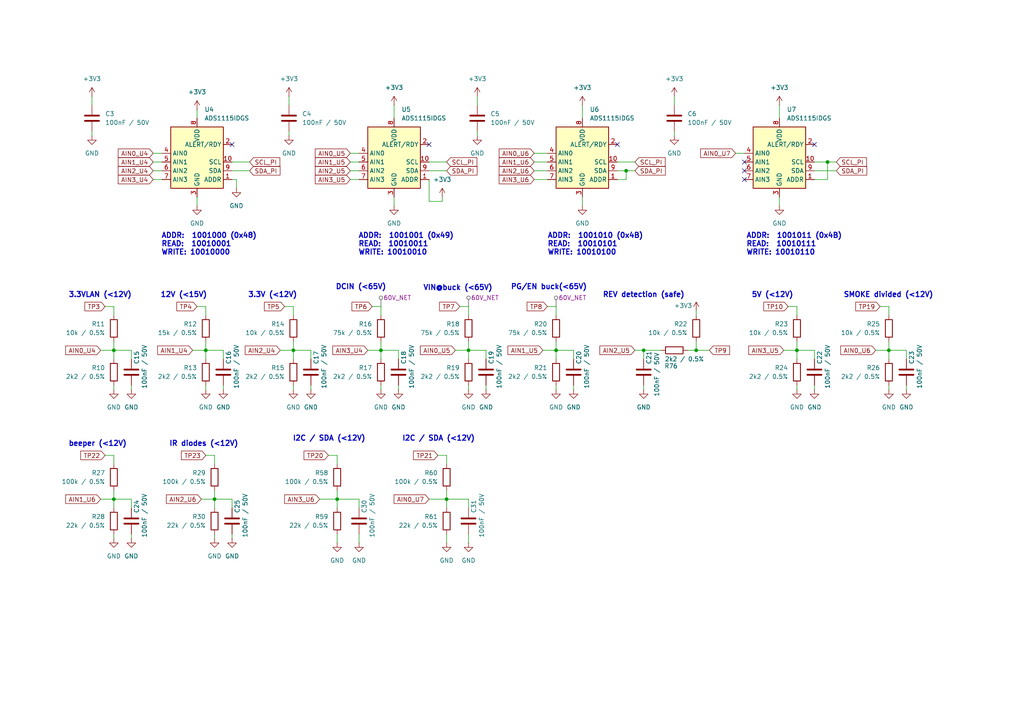
<source format=kicad_sch>
(kicad_sch (version 20250114) (generator "eeschema") (generator_version "9.0")
  (paper "A4")
  (lib_symbols
    (symbol "Analog_ADC:ADS1115IDGS"
      (property "Reference" "U" (at 2.54 13.97 0))
      (property "Value" "ADS1115IDGS" (at 7.62 11.43 0))
      (symbol "ADS1115IDGS_0_1"
        (rectangle (start -7.62 10.16) (end 7.62 -7.62) (stroke (width 0.254)) (fill (type background)))
      )
      (symbol "ADS1115IDGS_1_1"
        (pin input line (at -10.16 2.54 0) (length 2.54) (name "AIN0") (number "4"))
        (pin input line (at -10.16 0 0) (length 2.54) (name "AIN1") (number "5"))
        (pin input line (at -10.16 -2.54 0) (length 2.54) (name "AIN2") (number "6"))
        (pin input line (at -10.16 -5.08 0) (length 2.54) (name "AIN3") (number "7"))
        (pin power_in line (at 0 12.7 270) (length 2.54) (name "VDD") (number "8"))
        (pin power_in line (at 0 -10.16 90) (length 2.54) (name "GND") (number "3"))
        (pin output line (at 10.16 5.08 180) (length 2.54) (name "ALERT/RDY") (number "2"))
        (pin input line (at 10.16 0 180) (length 2.54) (name "SCL") (number "10"))
        (pin bidirectional line (at 10.16 -2.54 180) (length 2.54) (name "SDA") (number "9"))
        (pin input line (at 10.16 -5.08 180) (length 2.54) (name "ADDR") (number "1"))
      )
    )
    (symbol "Device:C" (pin_numbers (hide yes)) (pin_names (offset 0.254))
      (property "Reference" "C" (at 0.635 2.54 0))
      (property "Value" "C" (at 0.635 -2.54 0))
      (symbol "C_0_1"
        (polyline (pts (xy -2.032 0.762) (xy 2.032 0.762)) (stroke (width 0.508)))
        (polyline (pts (xy -2.032 -0.762) (xy 2.032 -0.762)) (stroke (width 0.508)))
      )
      (symbol "C_1_1"
        (pin passive line (at 0 3.81 270) (length 2.794) (name "~") (number "1"))
        (pin passive line (at 0 -3.81 90) (length 2.794) (name "~") (number "2"))
      )
    )
    (symbol "Device:R" (pin_numbers (hide yes)) (pin_names (offset 0))
      (property "Reference" "R" (at 2.032 0 90))
      (property "Value" "R" (at 0 0 90))
      (symbol "R_0_1"
        (rectangle (start -1.016 -2.54) (end 1.016 2.54) (stroke (width 0.254)))
      )
      (symbol "R_1_1"
        (pin passive line (at 0 3.81 270) (length 1.27) (name "~") (number "1"))
        (pin passive line (at 0 -3.81 90) (length 1.27) (name "~") (number "2"))
      )
    )
    (symbol "power:+3V3" (power) (pin_numbers (hide yes)) (pin_names (offset 0) (hide yes))
      (property "Value" "+3V3" (at 0 3.556 0))
      (symbol "+3V3_0_1"
        (polyline (pts (xy -0.762 1.27) (xy 0 2.54)))
        (polyline (pts (xy 0 2.54) (xy 0.762 1.27)))
        (polyline (pts (xy 0 0) (xy 0 2.54)))
      )
      (symbol "+3V3_1_1"
        (pin power_in line (at 0 0 90) (length 0) (name "~") (number "1"))
      )
    )
    (symbol "power:GND" (power) (pin_numbers (hide yes)) (pin_names (offset 0) (hide yes))
      (property "Value" "GND" (at 0 -3.81 0))
      (symbol "GND_0_1"
        (polyline (pts (xy 0 0) (xy 0 -1.27) (xy 1.27 -1.27) (xy 0 -2.54) (xy -1.27 -1.27) (xy 0 -1.27)))
      )
      (symbol "GND_1_1"
        (pin power_in line (at 0 0 270) (length 0) (name "~") (number "1"))
      )
    )
  )
  (text "SMOKE divided (<12V)" (at 244.602 85.598 0) (effects (font (size 1.5 1.5) (thickness 0.3) (bold yes)) (justify left)))
  (text "I2C / SDA (<12V)" (at 116.586 127.254 0) (effects (font (size 1.5 1.5) (thickness 0.3) (bold yes)) (justify left)))
  (text "IR diodes (<12V)" (at 49.022 128.778 0) (effects (font (size 1.5 1.5) (thickness 0.3) (bold yes)) (justify left)))
  (text "DCIN (<65V)" (at 97.282 83.312 0) (effects (font (size 1.5 1.5) (thickness 0.3) (bold yes)) (justify left)))
  (text "ADDR:  1001010 (0x4B)\nREAD:  10010101\nWRITE: 10010100" (at 158.75 70.866 0) (effects (font (size 1.5 1.5) (thickness 0.3) (bold yes)) (justify left)))
  (text "3.3V (<12V)" (at 71.882 85.598 0) (effects (font (size 1.5 1.5) (thickness 0.3) (bold yes)) (justify left)))
  (text "VIN@buck (<65V)" (at 122.682 83.566 0) (effects (font (size 1.5 1.5) (thickness 0.3) (bold yes)) (justify left)))
  (text "REV detection (safe)" (at 174.752 85.598 0) (effects (font (size 1.5 1.5) (thickness 0.3) (bold yes)) (justify left)))
  (text "5V (<12V)" (at 217.932 85.598 0) (effects (font (size 1.5 1.5) (thickness 0.3) (bold yes)) (justify left)))
  (text "PG/EN buck(<65V)" (at 148.082 83.312 0) (effects (font (size 1.5 1.5) (thickness 0.3) (bold yes)) (justify left)))
  (text "3.3VLAN (<12V)" (at 19.812 85.598 0) (effects (font (size 1.5 1.5) (thickness 0.3) (bold yes)) (justify left)))
  (text "beeper (<12V)" (at 19.812 128.778 0) (effects (font (size 1.5 1.5) (thickness 0.3) (bold yes)) (justify left)))
  (text "ADDR:  1001011 (0x4B)\nREAD:  10010111\nWRITE: 10010110" (at 216.408 70.866 0) (effects (font (size 1.5 1.5) (thickness 0.3) (bold yes)) (justify left)))
  (text "ADDR:  1001001 (0x49)\nREAD:  10010011\nWRITE: 10010010" (at 103.886 70.866 0) (effects (font (size 1.5 1.5) (thickness 0.3) (bold yes)) (justify left)))
  (text "12V (<15V)" (at 46.482 85.598 0) (effects (font (size 1.5 1.5) (thickness 0.3) (bold yes)) (justify left)))
  (text "I2C / SDA (<12V)" (at 84.836 127.254 0) (effects (font (size 1.5 1.5) (thickness 0.3) (bold yes)) (justify left)))
  (text "ADDR:  1001000 (0x48)\nREAD:  10010001\nWRITE: 10010000" (at 46.736 70.866 0) (effects (font (size 1.5 1.5) (thickness 0.3) (bold yes)) (justify left)))
  (junction (at 59.69 101.6))
  (junction (at 186.69 101.6))
  (junction (at 85.09 101.6))
  (junction (at 161.29 101.6))
  (junction (at 240.03 46.99))
  (junction (at 231.14 101.6))
  (junction (at 201.93 101.6))
  (junction (at 97.79 144.78))
  (junction (at 135.89 101.6))
  (junction (at 33.02 144.78))
  (junction (at 62.23 144.78))
  (junction (at 33.02 101.6))
  (junction (at 129.54 144.78))
  (junction (at 110.49 101.6))
  (junction (at 257.81 101.6))
  (junction (at 181.61 49.53))
  (no_connect (at 215.9 46.99))
  (no_connect (at 236.22 41.91))
  (no_connect (at 124.46 41.91))
  (no_connect (at 179.07 41.91))
  (no_connect (at 215.9 52.07))
  (no_connect (at 67.31 41.91))
  (no_connect (at 215.9 49.53))
  (wire (pts (xy 154.94 52.07) (xy 158.75 52.07)))
  (wire (pts (xy 240.03 46.99) (xy 240.03 52.07)))
  (wire (pts (xy 135.89 101.6) (xy 140.97 101.6)))
  (wire (pts (xy 85.09 99.06) (xy 85.09 101.6)))
  (wire (pts (xy 124.46 58.42) (xy 128.27 58.42)))
  (wire (pts (xy 186.69 111.76) (xy 186.69 113.03)))
  (wire (pts (xy 107.95 88.9) (xy 110.49 88.9)))
  (wire (pts (xy 110.49 99.06) (xy 110.49 101.6)))
  (wire (pts (xy 85.09 101.6) (xy 85.09 104.14)))
  (wire (pts (xy 140.97 111.76) (xy 140.97 113.03)))
  (wire (pts (xy 114.3 30.48) (xy 114.3 34.29)))
  (wire (pts (xy 154.94 46.99) (xy 158.75 46.99)))
  (wire (pts (xy 124.46 46.99) (xy 129.54 46.99)))
  (wire (pts (xy 128.27 57.15) (xy 128.27 58.42)))
  (wire (pts (xy 26.67 27.94) (xy 26.67 30.48)))
  (wire (pts (xy 68.58 52.07) (xy 68.58 54.61)))
  (wire (pts (xy 38.1 144.78) (xy 38.1 147.32)))
  (wire (pts (xy 26.67 38.1) (xy 26.67 39.37)))
  (wire (pts (xy 129.54 154.94) (xy 129.54 157.48)))
  (wire (pts (xy 186.69 101.6) (xy 186.69 104.14)))
  (wire (pts (xy 262.89 111.76) (xy 262.89 113.03)))
  (wire (pts (xy 82.55 88.9) (xy 85.09 88.9)))
  (wire (pts (xy 124.46 144.78) (xy 129.54 144.78)))
  (wire (pts (xy 179.07 52.07) (xy 181.61 52.07)))
  (wire (pts (xy 30.48 132.08) (xy 33.02 132.08)))
  (wire (pts (xy 228.6 88.9) (xy 231.14 88.9)))
  (wire (pts (xy 236.22 52.07) (xy 240.03 52.07)))
  (wire (pts (xy 257.81 101.6) (xy 262.89 101.6)))
  (wire (pts (xy 257.81 88.9) (xy 257.81 91.44)))
  (wire (pts (xy 104.14 154.94) (xy 104.14 157.48)))
  (wire (pts (xy 166.37 101.6) (xy 166.37 104.14)))
  (wire (pts (xy 231.14 101.6) (xy 236.22 101.6)))
  (wire (pts (xy 33.02 142.24) (xy 33.02 144.78)))
  (wire (pts (xy 57.15 57.15) (xy 57.15 59.69)))
  (wire (pts (xy 195.58 38.1) (xy 195.58 39.37)))
  (wire (pts (xy 161.29 101.6) (xy 166.37 101.6)))
  (wire (pts (xy 85.09 88.9) (xy 85.09 91.44)))
  (wire (pts (xy 201.93 99.06) (xy 201.93 101.6)))
  (wire (pts (xy 44.45 46.99) (xy 46.99 46.99)))
  (wire (pts (xy 231.14 88.9) (xy 231.14 91.44)))
  (wire (pts (xy 231.14 101.6) (xy 231.14 104.14)))
  (wire (pts (xy 62.23 132.08) (xy 62.23 134.62)))
  (wire (pts (xy 67.31 52.07) (xy 68.58 52.07)))
  (wire (pts (xy 213.36 44.45) (xy 215.9 44.45)))
  (wire (pts (xy 115.57 111.76) (xy 115.57 113.03)))
  (wire (pts (xy 59.69 111.76) (xy 59.69 113.03)))
  (wire (pts (xy 33.02 101.6) (xy 33.02 104.14)))
  (wire (pts (xy 57.15 88.9) (xy 59.69 88.9)))
  (wire (pts (xy 110.49 101.6) (xy 115.57 101.6)))
  (wire (pts (xy 135.89 99.06) (xy 135.89 101.6)))
  (wire (pts (xy 124.46 52.07) (xy 124.46 58.42)))
  (wire (pts (xy 67.31 46.99) (xy 72.39 46.99)))
  (wire (pts (xy 30.48 88.9) (xy 33.02 88.9)))
  (wire (pts (xy 90.17 111.76) (xy 90.17 113.03)))
  (wire (pts (xy 59.69 101.6) (xy 64.77 101.6)))
  (wire (pts (xy 83.82 38.1) (xy 83.82 39.37)))
  (wire (pts (xy 179.07 46.99) (xy 184.15 46.99)))
  (wire (pts (xy 33.02 88.9) (xy 33.02 91.44)))
  (wire (pts (xy 33.02 154.94) (xy 33.02 156.21)))
  (wire (pts (xy 257.81 101.6) (xy 257.81 104.14)))
  (wire (pts (xy 226.06 57.15) (xy 226.06 59.69)))
  (wire (pts (xy 110.49 101.6) (xy 110.49 104.14)))
  (wire (pts (xy 255.27 88.9) (xy 257.81 88.9)))
  (wire (pts (xy 254 101.6) (xy 257.81 101.6)))
  (wire (pts (xy 97.79 144.78) (xy 104.14 144.78)))
  (wire (pts (xy 227.33 101.6) (xy 231.14 101.6)))
  (wire (pts (xy 161.29 88.9) (xy 161.29 91.44)))
  (wire (pts (xy 135.89 88.9) (xy 135.89 91.44)))
  (wire (pts (xy 257.81 111.76) (xy 257.81 113.03)))
  (wire (pts (xy 132.08 101.6) (xy 135.89 101.6)))
  (wire (pts (xy 81.28 101.6) (xy 85.09 101.6)))
  (wire (pts (xy 161.29 99.06) (xy 161.29 101.6)))
  (wire (pts (xy 104.14 144.78) (xy 104.14 147.32)))
  (wire (pts (xy 158.75 88.9) (xy 161.29 88.9)))
  (wire (pts (xy 59.69 101.6) (xy 59.69 104.14)))
  (wire (pts (xy 157.48 101.6) (xy 161.29 101.6)))
  (wire (pts (xy 55.88 101.6) (xy 59.69 101.6)))
  (wire (pts (xy 236.22 101.6) (xy 236.22 104.14)))
  (wire (pts (xy 85.09 111.76) (xy 85.09 113.03)))
  (wire (pts (xy 110.49 88.9) (xy 110.49 91.44)))
  (wire (pts (xy 29.21 101.6) (xy 33.02 101.6)))
  (wire (pts (xy 186.69 101.6) (xy 191.77 101.6)))
  (wire (pts (xy 33.02 99.06) (xy 33.02 101.6)))
  (wire (pts (xy 57.15 31.75) (xy 57.15 34.29)))
  (wire (pts (xy 154.94 49.53) (xy 158.75 49.53)))
  (wire (pts (xy 129.54 49.53) (xy 124.46 49.53)))
  (wire (pts (xy 138.43 27.94) (xy 138.43 30.48)))
  (wire (pts (xy 44.45 44.45) (xy 46.99 44.45)))
  (wire (pts (xy 114.3 57.15) (xy 114.3 59.69)))
  (wire (pts (xy 44.45 49.53) (xy 46.99 49.53)))
  (wire (pts (xy 231.14 111.76) (xy 231.14 113.03)))
  (wire (pts (xy 62.23 144.78) (xy 67.31 144.78)))
  (wire (pts (xy 127 132.08) (xy 129.54 132.08)))
  (wire (pts (xy 59.69 132.08) (xy 62.23 132.08)))
  (wire (pts (xy 59.69 88.9) (xy 59.69 91.44)))
  (wire (pts (xy 140.97 101.6) (xy 140.97 104.14)))
  (wire (pts (xy 101.6 46.99) (xy 104.14 46.99)))
  (wire (pts (xy 262.89 101.6) (xy 262.89 104.14)))
  (wire (pts (xy 226.06 30.48) (xy 226.06 34.29)))
  (wire (pts (xy 29.21 144.78) (xy 33.02 144.78)))
  (wire (pts (xy 101.6 49.53) (xy 104.14 49.53)))
  (wire (pts (xy 129.54 142.24) (xy 129.54 144.78)))
  (wire (pts (xy 240.03 46.99) (xy 242.57 46.99)))
  (wire (pts (xy 242.57 49.53) (xy 236.22 49.53)))
  (wire (pts (xy 135.89 101.6) (xy 135.89 104.14)))
  (wire (pts (xy 72.39 49.53) (xy 67.31 49.53)))
  (wire (pts (xy 38.1 154.94) (xy 38.1 156.21)))
  (wire (pts (xy 161.29 101.6) (xy 161.29 104.14)))
  (wire (pts (xy 133.35 88.9) (xy 135.89 88.9)))
  (wire (pts (xy 166.37 111.76) (xy 166.37 113.03)))
  (wire (pts (xy 97.79 144.78) (xy 97.79 147.32)))
  (wire (pts (xy 92.71 144.78) (xy 97.79 144.78)))
  (wire (pts (xy 83.82 27.94) (xy 83.82 30.48)))
  (wire (pts (xy 62.23 154.94) (xy 62.23 156.21)))
  (wire (pts (xy 33.02 144.78) (xy 38.1 144.78)))
  (wire (pts (xy 58.42 144.78) (xy 62.23 144.78)))
  (wire (pts (xy 59.69 99.06) (xy 59.69 101.6)))
  (wire (pts (xy 67.31 154.94) (xy 67.31 156.21)))
  (wire (pts (xy 64.77 111.76) (xy 64.77 113.03)))
  (wire (pts (xy 97.79 132.08) (xy 97.79 134.62)))
  (wire (pts (xy 184.15 101.6) (xy 186.69 101.6)))
  (wire (pts (xy 199.39 101.6) (xy 201.93 101.6)))
  (wire (pts (xy 135.89 144.78) (xy 135.89 147.32)))
  (wire (pts (xy 201.93 101.6) (xy 205.74 101.6)))
  (wire (pts (xy 168.91 57.15) (xy 168.91 59.69)))
  (wire (pts (xy 97.79 142.24) (xy 97.79 144.78)))
  (wire (pts (xy 33.02 111.76) (xy 33.02 113.03)))
  (wire (pts (xy 64.77 101.6) (xy 64.77 104.14)))
  (wire (pts (xy 201.93 90.17) (xy 201.93 91.44)))
  (wire (pts (xy 129.54 144.78) (xy 129.54 147.32)))
  (wire (pts (xy 33.02 101.6) (xy 38.1 101.6)))
  (wire (pts (xy 110.49 111.76) (xy 110.49 113.03)))
  (wire (pts (xy 231.14 99.06) (xy 231.14 101.6)))
  (wire (pts (xy 236.22 111.76) (xy 236.22 113.03)))
  (wire (pts (xy 181.61 49.53) (xy 179.07 49.53)))
  (wire (pts (xy 195.58 27.94) (xy 195.58 30.48)))
  (wire (pts (xy 62.23 144.78) (xy 62.23 147.32)))
  (wire (pts (xy 101.6 44.45) (xy 104.14 44.45)))
  (wire (pts (xy 138.43 38.1) (xy 138.43 39.37)))
  (wire (pts (xy 106.68 101.6) (xy 110.49 101.6)))
  (wire (pts (xy 33.02 144.78) (xy 33.02 147.32)))
  (wire (pts (xy 135.89 111.76) (xy 135.89 113.03)))
  (wire (pts (xy 101.6 52.07) (xy 104.14 52.07)))
  (wire (pts (xy 236.22 46.99) (xy 240.03 46.99)))
  (wire (pts (xy 38.1 111.76) (xy 38.1 113.03)))
  (wire (pts (xy 135.89 154.94) (xy 135.89 157.48)))
  (wire (pts (xy 129.54 144.78) (xy 135.89 144.78)))
  (wire (pts (xy 161.29 111.76) (xy 161.29 113.03)))
  (wire (pts (xy 33.02 132.08) (xy 33.02 134.62)))
  (wire (pts (xy 62.23 142.24) (xy 62.23 144.78)))
  (wire (pts (xy 257.81 99.06) (xy 257.81 101.6)))
  (wire (pts (xy 97.79 154.94) (xy 97.79 157.48)))
  (wire (pts (xy 67.31 144.78) (xy 67.31 147.32)))
  (wire (pts (xy 168.91 30.48) (xy 168.91 34.29)))
  (wire (pts (xy 38.1 101.6) (xy 38.1 104.14)))
  (wire (pts (xy 90.17 101.6) (xy 90.17 104.14)))
  (wire (pts (xy 85.09 101.6) (xy 90.17 101.6)))
  (wire (pts (xy 129.54 132.08) (xy 129.54 134.62)))
  (wire (pts (xy 184.15 49.53) (xy 181.61 49.53)))
  (wire (pts (xy 181.61 49.53) (xy 181.61 52.07)))
  (wire (pts (xy 44.45 52.07) (xy 46.99 52.07)))
  (wire (pts (xy 95.25 132.08) (xy 97.79 132.08)))
  (wire (pts (xy 154.94 44.45) (xy 158.75 44.45)))
  (wire (pts (xy 115.57 101.6) (xy 115.57 104.14)))
  (global_label "TP21" (shape input) (at 127 132.08 180) (property "Intersheetrefs" "${INTERSHEET_REFS}" (effects (hide yes))))
  (global_label "SCL_PI" (shape input) (at 129.54 46.99 0) (property "Intersheetrefs" "${INTERSHEET_REFS}" (effects (hide yes))))
  (global_label "AIN1_U4" (shape input) (at 55.88 101.6 180) (property "Intersheetrefs" "${INTERSHEET_REFS}" (effects (hide yes))))
  (global_label "AIN0_U6" (shape input) (at 154.94 44.45 180) (property "Intersheetrefs" "${INTERSHEET_REFS}" (effects (hide yes))))
  (global_label "SDA_PI" (shape input) (at 242.57 49.53 0) (property "Intersheetrefs" "${INTERSHEET_REFS}" (effects (hide yes))))
  (global_label "TP22" (shape input) (at 30.48 132.08 180) (property "Intersheetrefs" "${INTERSHEET_REFS}" (effects (hide yes))))
  (global_label "AIN0_U6" (shape input) (at 254 101.6 180) (property "Intersheetrefs" "${INTERSHEET_REFS}" (effects (hide yes))))
  (global_label "AIN0_U5" (shape input) (at 132.08 101.6 180) (property "Intersheetrefs" "${INTERSHEET_REFS}" (effects (hide yes))))
  (global_label "SCL_PI" (shape input) (at 184.15 46.99 0) (property "Intersheetrefs" "${INTERSHEET_REFS}" (effects (hide yes))))
  (global_label "AIN3_U5" (shape input) (at 227.33 101.6 180) (property "Intersheetrefs" "${INTERSHEET_REFS}" (effects (hide yes))))
  (global_label "AIN2_U4" (shape input) (at 81.28 101.6 180) (property "Intersheetrefs" "${INTERSHEET_REFS}" (effects (hide yes))))
  (global_label "SDA_PI" (shape input) (at 72.39 49.53 0) (property "Intersheetrefs" "${INTERSHEET_REFS}" (effects (hide yes))))
  (global_label "TP23" (shape input) (at 59.69 132.08 180) (property "Intersheetrefs" "${INTERSHEET_REFS}" (effects (hide yes))))
  (global_label "AIN2_U4" (shape input) (at 44.45 49.53 180) (property "Intersheetrefs" "${INTERSHEET_REFS}" (effects (hide yes))))
  (global_label "SDA_PI" (shape input) (at 184.15 49.53 0) (property "Intersheetrefs" "${INTERSHEET_REFS}" (effects (hide yes))))
  (global_label "AIN1_U6" (shape input) (at 154.94 46.99 180) (property "Intersheetrefs" "${INTERSHEET_REFS}" (effects (hide yes))))
  (global_label "TP6" (shape input) (at 107.95 88.9 180) (property "Intersheetrefs" "${INTERSHEET_REFS}" (effects (hide yes))))
  (global_label "TP4" (shape input) (at 57.15 88.9 180) (property "Intersheetrefs" "${INTERSHEET_REFS}" (effects (hide yes))))
  (global_label "AIN2_U5" (shape input) (at 184.15 101.6 180) (property "Intersheetrefs" "${INTERSHEET_REFS}" (effects (hide yes))))
  (global_label "AIN3_U5" (shape input) (at 101.6 52.07 180) (property "Intersheetrefs" "${INTERSHEET_REFS}" (effects (hide yes))))
  (global_label "TP7" (shape input) (at 133.35 88.9 180) (property "Intersheetrefs" "${INTERSHEET_REFS}" (effects (hide yes))))
  (global_label "AIN3_U6" (shape input) (at 92.71 144.78 180) (property "Intersheetrefs" "${INTERSHEET_REFS}" (effects (hide yes))))
  (global_label "SCL_PI" (shape input) (at 242.57 46.99 0) (property "Intersheetrefs" "${INTERSHEET_REFS}" (effects (hide yes))))
  (global_label "AIN2_U5" (shape input) (at 101.6 49.53 180) (property "Intersheetrefs" "${INTERSHEET_REFS}" (effects (hide yes))))
  (global_label "AIN3_U4" (shape input) (at 44.45 52.07 180) (property "Intersheetrefs" "${INTERSHEET_REFS}" (effects (hide yes))))
  (global_label "TP3" (shape input) (at 30.48 88.9 180) (property "Intersheetrefs" "${INTERSHEET_REFS}" (effects (hide yes))))
  (global_label "AIN1_U4" (shape input) (at 44.45 46.99 180) (property "Intersheetrefs" "${INTERSHEET_REFS}" (effects (hide yes))))
  (global_label "SDA_PI" (shape input) (at 129.54 49.53 0) (property "Intersheetrefs" "${INTERSHEET_REFS}" (effects (hide yes))))
  (global_label "AIN0_U4" (shape input) (at 29.21 101.6 180) (property "Intersheetrefs" "${INTERSHEET_REFS}" (effects (hide yes))))
  (global_label "TP9" (shape input) (at 205.74 101.6 0) (property "Intersheetrefs" "${INTERSHEET_REFS}" (effects (hide yes))))
  (global_label "AIN2_U6" (shape input) (at 58.42 144.78 180) (property "Intersheetrefs" "${INTERSHEET_REFS}" (effects (hide yes))))
  (global_label "AIN0_U4" (shape input) (at 44.45 44.45 180) (property "Intersheetrefs" "${INTERSHEET_REFS}" (effects (hide yes))))
  (global_label "AIN0_U5" (shape input) (at 101.6 44.45 180) (property "Intersheetrefs" "${INTERSHEET_REFS}" (effects (hide yes))))
  (global_label "SCL_PI" (shape input) (at 72.39 46.99 0) (property "Intersheetrefs" "${INTERSHEET_REFS}" (effects (hide yes))))
  (global_label "TP20" (shape input) (at 95.25 132.08 180) (property "Intersheetrefs" "${INTERSHEET_REFS}" (effects (hide yes))))
  (global_label "TP10" (shape input) (at 228.6 88.9 180) (property "Intersheetrefs" "${INTERSHEET_REFS}" (effects (hide yes))))
  (global_label "AIN0_U7" (shape input) (at 213.36 44.45 180) (property "Intersheetrefs" "${INTERSHEET_REFS}" (effects (hide yes))))
  (global_label "AIN3_U6" (shape input) (at 154.94 52.07 180) (property "Intersheetrefs" "${INTERSHEET_REFS}" (effects (hide yes))))
  (global_label "AIN1_U5" (shape input) (at 157.48 101.6 180) (property "Intersheetrefs" "${INTERSHEET_REFS}" (effects (hide yes))))
  (global_label "AIN1_U6" (shape input) (at 29.21 144.78 180) (property "Intersheetrefs" "${INTERSHEET_REFS}" (effects (hide yes))))
  (global_label "AIN1_U5" (shape input) (at 101.6 46.99 180) (property "Intersheetrefs" "${INTERSHEET_REFS}" (effects (hide yes))))
  (global_label "AIN3_U4" (shape input) (at 106.68 101.6 180) (property "Intersheetrefs" "${INTERSHEET_REFS}" (effects (hide yes))))
  (global_label "TP8" (shape input) (at 158.75 88.9 180) (property "Intersheetrefs" "${INTERSHEET_REFS}" (effects (hide yes))))
  (global_label "AIN0_U7" (shape input) (at 124.46 144.78 180) (property "Intersheetrefs" "${INTERSHEET_REFS}" (effects (hide yes))))
  (global_label "AIN2_U6" (shape input) (at 154.94 49.53 180) (property "Intersheetrefs" "${INTERSHEET_REFS}" (effects (hide yes))))
  (global_label "TP19" (shape input) (at 255.27 88.9 180) (property "Intersheetrefs" "${INTERSHEET_REFS}" (effects (hide yes))))
  (global_label "TP5" (shape input) (at 82.55 88.9 180) (property "Intersheetrefs" "${INTERSHEET_REFS}" (effects (hide yes))))
  (netclass_flag "" (length 2.54) (shape round) (at 161.29 88.9 0) (property "Netclass" "60V_NET" (at 161.9885 86.36 0) (effects (justify left))))
  (netclass_flag "" (length 2.54) (shape round) (at 135.89 88.9 0) (property "Netclass" "60V_NET" (at 136.5885 86.36 0) (effects (justify left))))
  (netclass_flag "" (length 2.54) (shape round) (at 110.49 88.9 0) (property "Netclass" "60V_NET" (at 111.1885 86.36 0) (effects (justify left))))
  (symbol (lib_id "Device:C") (at 166.37 107.95 0) (unit 1)
    (property "Reference" "C20" (at 167.894 105.664 90) (effects (justify left)))
    (property "Value" "100nF / 50V" (at 170.18 112.776 90) (effects (justify left)))
    (property "Footprint" "Capacitor_SMD:C_0603_1608Metric" (effects (hide yes)))
    (property "Description" "Unpolarized capacitor" (effects (hide yes)))
  )
  (symbol (lib_id "power:GND") (at 33.02 113.03 0) (unit 1)
    (property "Reference" "#PWR060" (effects (hide yes)))
    (property "Value" "GND" (at 33.02 118.11 0))
    (property "Description" "Power symbol creates a global label with name \"GND\" , ground" (effects (hide yes)))
  )
  (symbol (lib_id "power:GND") (at 38.1 113.03 0) (unit 1)
    (property "Reference" "#PWR061" (effects (hide yes)))
    (property "Value" "GND" (at 38.1 118.11 0))
    (property "Description" "Power symbol creates a global label with name \"GND\" , ground" (effects (hide yes)))
  )
  (symbol (lib_id "Device:R") (at 201.93 95.25 0) (mirror y) (unit 1)
    (property "Reference" "R22" (at 199.39 93.9799 0) (effects (justify left)))
    (property "Value" "10k / 0.5%" (at 199.39 96.5199 0) (effects (justify left)))
    (property "Footprint" "Resistor_SMD:R_0603_1608Metric" (effects (hide yes)))
    (property "Description" "Resistor" (effects (hide yes)))
  )
  (symbol (lib_id "power:GND") (at 236.22 113.03 0) (unit 1)
    (property "Reference" "#PWR075" (effects (hide yes)))
    (property "Value" "GND" (at 236.22 118.11 0))
    (property "Description" "Power symbol creates a global label with name \"GND\" , ground" (effects (hide yes)))
  )
  (symbol (lib_id "power:GND") (at 166.37 113.03 0) (unit 1)
    (property "Reference" "#PWR071" (effects (hide yes)))
    (property "Value" "GND" (at 166.37 118.11 0))
    (property "Description" "Power symbol creates a global label with name \"GND\" , ground" (effects (hide yes)))
  )
  (symbol (lib_id "power:+3V3") (at 57.15 31.75 0) (unit 1)
    (property "Reference" "#PWR023" (effects (hide yes)))
    (property "Value" "+3V3" (at 57.15 26.67 0))
    (property "Description" "Power symbol creates a global label with name \"+3V3\"" (effects (hide yes)))
  )
  (symbol (lib_id "power:+3V3") (at 83.82 27.94 0) (unit 1)
    (property "Reference" "#PWR017" (effects (hide yes)))
    (property "Value" "+3V3" (at 83.82 22.86 0))
    (property "Description" "Power symbol creates a global label with name \"+3V3\"" (effects (hide yes)))
  )
  (symbol (lib_id "Device:C") (at 38.1 107.95 0) (unit 1)
    (property "Reference" "C15" (at 39.624 105.664 90) (effects (justify left)))
    (property "Value" "100nF / 50V" (at 41.91 112.776 90) (effects (justify left)))
    (property "Footprint" "Capacitor_SMD:C_0603_1608Metric" (effects (hide yes)))
    (property "Description" "Unpolarized capacitor" (effects (hide yes)))
  )
  (symbol (lib_id "power:GND") (at 38.1 156.21 0) (unit 1)
    (property "Reference" "#PWR079" (effects (hide yes)))
    (property "Value" "GND" (at 38.1 161.29 0))
    (property "Description" "Power symbol creates a global label with name \"GND\" , ground" (effects (hide yes)))
  )
  (symbol (lib_id "power:+3V3") (at 168.91 30.48 0) (unit 1)
    (property "Reference" "#PWR025" (effects (hide yes)))
    (property "Value" "+3V3" (at 168.91 25.4 0))
    (property "Description" "Power symbol creates a global label with name \"+3V3\"" (effects (hide yes)))
  )
  (symbol (lib_id "Device:R") (at 231.14 95.25 0) (mirror y) (unit 1)
    (property "Reference" "R23" (at 228.6 93.9799 0) (effects (justify left)))
    (property "Value" "10k / 0.5%" (at 228.6 96.5199 0) (effects (justify left)))
    (property "Footprint" "Resistor_SMD:R_0603_1608Metric" (effects (hide yes)))
    (property "Description" "Resistor" (effects (hide yes)))
  )
  (symbol (lib_id "Device:C") (at 64.77 107.95 0) (unit 1)
    (property "Reference" "C16" (at 66.294 105.664 90) (effects (justify left)))
    (property "Value" "100nF / 50V" (at 68.58 112.776 90) (effects (justify left)))
    (property "Footprint" "Capacitor_SMD:C_0603_1608Metric" (effects (hide yes)))
    (property "Description" "Unpolarized capacitor" (effects (hide yes)))
  )
  (symbol (lib_id "power:GND") (at 68.58 54.61 0) (unit 1)
    (property "Reference" "#PWR031" (effects (hide yes)))
    (property "Value" "GND" (at 68.58 59.69 0))
    (property "Description" "Power symbol creates a global label with name \"GND\" , ground" (effects (hide yes)))
  )
  (symbol (lib_id "Device:R") (at 135.89 95.25 0) (mirror y) (unit 1)
    (property "Reference" "R18" (at 133.35 93.9799 0) (effects (justify left)))
    (property "Value" "75k / 0.5%" (at 133.35 96.5199 0) (effects (justify left)))
    (property "Footprint" "Resistor_SMD:R_0603_1608Metric" (effects (hide yes)))
    (property "Description" "Resistor" (effects (hide yes)))
  )
  (symbol (lib_id "Device:C") (at 104.14 151.13 0) (unit 1)
    (property "Reference" "C30" (at 105.664 148.844 90) (effects (justify left)))
    (property "Value" "100nF / 50V" (at 107.95 155.956 90) (effects (justify left)))
    (property "Footprint" "Capacitor_SMD:C_0603_1608Metric" (effects (hide yes)))
    (property "Description" "Unpolarized capacitor" (effects (hide yes)))
  )
  (symbol (lib_id "power:GND") (at 226.06 59.69 0) (unit 1)
    (property "Reference" "#PWR030" (effects (hide yes)))
    (property "Value" "GND" (at 226.06 64.77 0))
    (property "Description" "Power symbol creates a global label with name \"GND\" , ground" (effects (hide yes)))
  )
  (symbol (lib_id "Device:C") (at 38.1 151.13 0) (unit 1)
    (property "Reference" "C24" (at 39.624 148.844 90) (effects (justify left)))
    (property "Value" "100nF / 50V" (at 41.91 155.956 90) (effects (justify left)))
    (property "Footprint" "Capacitor_SMD:C_0603_1608Metric" (effects (hide yes)))
    (property "Description" "Unpolarized capacitor" (effects (hide yes)))
  )
  (symbol (lib_id "Device:C") (at 186.69 107.95 0) (unit 1)
    (property "Reference" "C21" (at 188.214 105.664 90) (effects (justify left)))
    (property "Value" "100nF / 50V" (at 190.5 115.062 90) (effects (justify left)))
    (property "Footprint" "Capacitor_SMD:C_0603_1608Metric" (effects (hide yes)))
    (property "Description" "Unpolarized capacitor" (effects (hide yes)))
  )
  (symbol (lib_id "Device:C") (at 140.97 107.95 0) (unit 1)
    (property "Reference" "C19" (at 142.494 105.664 90) (effects (justify left)))
    (property "Value" "100nF / 50V" (at 144.78 112.776 90) (effects (justify left)))
    (property "Footprint" "Capacitor_SMD:C_0603_1608Metric" (effects (hide yes)))
    (property "Description" "Unpolarized capacitor" (effects (hide yes)))
  )
  (symbol (lib_id "power:GND") (at 83.82 39.37 0) (unit 1)
    (property "Reference" "#PWR018" (effects (hide yes)))
    (property "Value" "GND" (at 83.82 44.45 0))
    (property "Description" "Power symbol creates a global label with name \"GND\" , ground" (effects (hide yes)))
  )
  (symbol (lib_id "Device:R") (at 59.69 107.95 0) (mirror y) (unit 1)
    (property "Reference" "R13" (at 57.15 106.6799 0) (effects (justify left)))
    (property "Value" "2k2 / 0.5%" (at 57.15 109.2199 0) (effects (justify left)))
    (property "Footprint" "Resistor_SMD:R_0603_1608Metric" (effects (hide yes)))
    (property "Description" "Resistor" (effects (hide yes)))
  )
  (symbol (lib_id "power:GND") (at 161.29 113.03 0) (unit 1)
    (property "Reference" "#PWR070" (effects (hide yes)))
    (property "Value" "GND" (at 161.29 118.11 0))
    (property "Description" "Power symbol creates a global label with name \"GND\" , ground" (effects (hide yes)))
  )
  (symbol (lib_id "Device:R") (at 33.02 95.25 0) (mirror y) (unit 1)
    (property "Reference" "R11" (at 30.48 93.9799 0) (effects (justify left)))
    (property "Value" "10k / 0.5%" (at 30.48 96.5199 0) (effects (justify left)))
    (property "Footprint" "Resistor_SMD:R_0603_1608Metric" (effects (hide yes)))
    (property "Description" "Resistor" (effects (hide yes)))
  )
  (symbol (lib_id "Device:R") (at 257.81 107.95 0) (mirror y) (unit 1)
    (property "Reference" "R26" (at 255.27 106.6799 0) (effects (justify left)))
    (property "Value" "2k2 / 0.5%" (at 255.27 109.2199 0) (effects (justify left)))
    (property "Footprint" "Resistor_SMD:R_0603_1608Metric" (effects (hide yes)))
    (property "Description" "Resistor" (effects (hide yes)))
  )
  (symbol (lib_id "power:+3V3") (at 195.58 27.94 0) (unit 1)
    (property "Reference" "#PWR021" (effects (hide yes)))
    (property "Value" "+3V3" (at 195.58 22.86 0))
    (property "Description" "Power symbol creates a global label with name \"+3V3\"" (effects (hide yes)))
  )
  (symbol (lib_id "Device:R") (at 85.09 95.25 0) (mirror y) (unit 1)
    (property "Reference" "R14" (at 82.55 93.9799 0) (effects (justify left)))
    (property "Value" "10k / 0.5%" (at 82.55 96.5199 0) (effects (justify left)))
    (property "Footprint" "Resistor_SMD:R_0603_1608Metric" (effects (hide yes)))
    (property "Description" "Resistor" (effects (hide yes)))
  )
  (symbol (lib_id "power:GND") (at 257.81 113.03 0) (unit 1)
    (property "Reference" "#PWR076" (effects (hide yes)))
    (property "Value" "GND" (at 257.81 118.11 0))
    (property "Description" "Power symbol creates a global label with name \"GND\" , ground" (effects (hide yes)))
  )
  (symbol (lib_id "Analog_ADC:ADS1115IDGS") (at 114.3 46.99 0) (unit 1)
    (property "Reference" "U5" (at 116.4433 31.75 0) (effects (justify left)))
    (property "Value" "ADS1115IDGS" (at 116.4433 34.29 0) (effects (justify left)))
    (property "Footprint" "Package_SO:TSSOP-10_3x3mm_P0.5mm" (effects (hide yes)))
    (property "Datasheet" "http://www.ti.com/lit/ds/symlink/ads1113.pdf" (effects (hide yes)))
    (property "Description" "Ultra-Small, Low-Power, I2C-Compatible, 860-SPS, 16-Bit ADCs With Internal Reference, Oscillator, and Programmable Comparator, VSSOP-10" (effects (hide yes)))
  )
  (symbol (lib_id "Device:R") (at 85.09 107.95 0) (mirror y) (unit 1)
    (property "Reference" "R15" (at 82.55 106.6799 0) (effects (justify left)))
    (property "Value" "2k2 / 0.5%" (at 82.55 109.2199 0) (effects (justify left)))
    (property "Footprint" "Resistor_SMD:R_0603_1608Metric" (effects (hide yes)))
    (property "Description" "Resistor" (effects (hide yes)))
  )
  (symbol (lib_id "power:GND") (at 186.69 113.03 0) (unit 1)
    (property "Reference" "#PWR073" (effects (hide yes)))
    (property "Value" "GND" (at 186.69 118.11 0))
    (property "Description" "Power symbol creates a global label with name \"GND\" , ground" (effects (hide yes)))
  )
  (symbol (lib_id "Device:R") (at 33.02 138.43 0) (mirror y) (unit 1)
    (property "Reference" "R27" (at 30.48 137.1599 0) (effects (justify left)))
    (property "Value" "100k / 0.5%" (at 30.48 139.6999 0) (effects (justify left)))
    (property "Footprint" "Resistor_SMD:R_0603_1608Metric" (effects (hide yes)))
    (property "Description" "Resistor" (effects (hide yes)))
  )
  (symbol (lib_id "power:GND") (at 57.15 59.69 0) (unit 1)
    (property "Reference" "#PWR027" (effects (hide yes)))
    (property "Value" "GND" (at 57.15 64.77 0))
    (property "Description" "Power symbol creates a global label with name \"GND\" , ground" (effects (hide yes)))
  )
  (symbol (lib_id "Device:R") (at 257.81 95.25 0) (mirror y) (unit 1)
    (property "Reference" "R25" (at 255.27 93.9799 0) (effects (justify left)))
    (property "Value" "10k / 0.5%" (at 255.27 96.5199 0) (effects (justify left)))
    (property "Footprint" "Resistor_SMD:R_0603_1608Metric" (effects (hide yes)))
    (property "Description" "Resistor" (effects (hide yes)))
  )
  (symbol (lib_id "Device:R") (at 129.54 138.43 0) (mirror y) (unit 1)
    (property "Reference" "R60" (at 127 137.1599 0) (effects (justify left)))
    (property "Value" "100k / 0.5%" (at 127 139.6999 0) (effects (justify left)))
    (property "Footprint" "Resistor_SMD:R_0603_1608Metric" (effects (hide yes)))
    (property "Description" "Resistor" (effects (hide yes)))
  )
  (symbol (lib_id "power:GND") (at 26.67 39.37 0) (unit 1)
    (property "Reference" "#PWR016" (effects (hide yes)))
    (property "Value" "GND" (at 26.67 44.45 0))
    (property "Description" "Power symbol creates a global label with name \"GND\" , ground" (effects (hide yes)))
  )
  (symbol (lib_id "Device:C") (at 138.43 34.29 0) (unit 1)
    (property "Reference" "C5" (at 142.24 33.0199 0) (effects (justify left)))
    (property "Value" "100nF / 50V" (at 142.24 35.5599 0) (effects (justify left)))
    (property "Footprint" "Capacitor_SMD:C_0603_1608Metric" (effects (hide yes)))
    (property "Description" "Unpolarized capacitor" (effects (hide yes)))
  )
  (symbol (lib_id "Device:R") (at 33.02 107.95 0) (mirror y) (unit 1)
    (property "Reference" "R10" (at 30.48 106.6799 0) (effects (justify left)))
    (property "Value" "2k2 / 0.5%" (at 30.48 109.2199 0) (effects (justify left)))
    (property "Footprint" "Resistor_SMD:R_0603_1608Metric" (effects (hide yes)))
    (property "Description" "Resistor" (effects (hide yes)))
  )
  (symbol (lib_id "power:GND") (at 231.14 113.03 0) (unit 1)
    (property "Reference" "#PWR074" (effects (hide yes)))
    (property "Value" "GND" (at 231.14 118.11 0))
    (property "Description" "Power symbol creates a global label with name \"GND\" , ground" (effects (hide yes)))
  )
  (symbol (lib_id "Device:R") (at 161.29 107.95 0) (mirror y) (unit 1)
    (property "Reference" "R21" (at 158.75 106.6799 0) (effects (justify left)))
    (property "Value" "2k2 / 0.5%" (at 158.75 109.2199 0) (effects (justify left)))
    (property "Footprint" "Resistor_SMD:R_0603_1608Metric" (effects (hide yes)))
    (property "Description" "Resistor" (effects (hide yes)))
  )
  (symbol (lib_id "power:GND") (at 97.79 157.48 0) (unit 1)
    (property "Reference" "#PWR0101" (effects (hide yes)))
    (property "Value" "GND" (at 97.79 162.56 0))
    (property "Description" "Power symbol creates a global label with name \"GND\" , ground" (effects (hide yes)))
  )
  (symbol (lib_id "Device:C") (at 67.31 151.13 0) (unit 1)
    (property "Reference" "C25" (at 68.834 148.844 90) (effects (justify left)))
    (property "Value" "100nF / 50V" (at 71.12 155.956 90) (effects (justify left)))
    (property "Footprint" "Capacitor_SMD:C_0603_1608Metric" (effects (hide yes)))
    (property "Description" "Unpolarized capacitor" (effects (hide yes)))
  )
  (symbol (lib_id "Device:R") (at 129.54 151.13 0) (mirror y) (unit 1)
    (property "Reference" "R61" (at 127 149.8599 0) (effects (justify left)))
    (property "Value" "22k / 0.5%" (at 127 152.3999 0) (effects (justify left)))
    (property "Footprint" "Resistor_SMD:R_0603_1608Metric" (effects (hide yes)))
    (property "Description" "Resistor" (effects (hide yes)))
  )
  (symbol (lib_id "Device:C") (at 115.57 107.95 0) (unit 1)
    (property "Reference" "C18" (at 117.094 105.664 90) (effects (justify left)))
    (property "Value" "100nF / 50V" (at 119.38 112.776 90) (effects (justify left)))
    (property "Footprint" "Capacitor_SMD:C_0603_1608Metric" (effects (hide yes)))
    (property "Description" "Unpolarized capacitor" (effects (hide yes)))
  )
  (symbol (lib_id "power:+3V3") (at 128.27 57.15 0) (unit 1)
    (property "Reference" "#PWR032" (effects (hide yes)))
    (property "Value" "+3V3" (at 128.27 52.07 0))
    (property "Description" "Power symbol creates a global label with name \"+3V3\"" (effects (hide yes)))
  )
  (symbol (lib_id "power:GND") (at 114.3 59.69 0) (unit 1)
    (property "Reference" "#PWR028" (effects (hide yes)))
    (property "Value" "GND" (at 114.3 64.77 0))
    (property "Description" "Power symbol creates a global label with name \"GND\" , ground" (effects (hide yes)))
  )
  (symbol (lib_id "Device:R") (at 135.89 107.95 0) (mirror y) (unit 1)
    (property "Reference" "R19" (at 133.35 106.6799 0) (effects (justify left)))
    (property "Value" "2k2 / 0.5%" (at 133.35 109.2199 0) (effects (justify left)))
    (property "Footprint" "Resistor_SMD:R_0603_1608Metric" (effects (hide yes)))
    (property "Description" "Resistor" (effects (hide yes)))
  )
  (symbol (lib_id "power:GND") (at 110.49 113.03 0) (unit 1)
    (property "Reference" "#PWR066" (effects (hide yes)))
    (property "Value" "GND" (at 110.49 118.11 0))
    (property "Description" "Power symbol creates a global label with name \"GND\" , ground" (effects (hide yes)))
  )
  (symbol (lib_id "Device:C") (at 26.67 34.29 0) (unit 1)
    (property "Reference" "C3" (at 30.48 33.0199 0) (effects (justify left)))
    (property "Value" "100nF / 50V" (at 30.48 35.5599 0) (effects (justify left)))
    (property "Footprint" "Capacitor_SMD:C_0603_1608Metric" (effects (hide yes)))
    (property "Description" "Unpolarized capacitor" (effects (hide yes)))
  )
  (symbol (lib_id "Device:R") (at 62.23 151.13 0) (mirror y) (unit 1)
    (property "Reference" "R30" (at 59.69 149.8599 0) (effects (justify left)))
    (property "Value" "22k / 0.5%" (at 59.69 152.3999 0) (effects (justify left)))
    (property "Footprint" "Resistor_SMD:R_0603_1608Metric" (effects (hide yes)))
    (property "Description" "Resistor" (effects (hide yes)))
  )
  (symbol (lib_id "power:GND") (at 195.58 39.37 0) (unit 1)
    (property "Reference" "#PWR022" (effects (hide yes)))
    (property "Value" "GND" (at 195.58 44.45 0))
    (property "Description" "Power symbol creates a global label with name \"GND\" , ground" (effects (hide yes)))
  )
  (symbol (lib_id "Device:R") (at 33.02 151.13 0) (mirror y) (unit 1)
    (property "Reference" "R28" (at 30.48 149.8599 0) (effects (justify left)))
    (property "Value" "22k / 0.5%" (at 30.48 152.3999 0) (effects (justify left)))
    (property "Footprint" "Resistor_SMD:R_0603_1608Metric" (effects (hide yes)))
    (property "Description" "Resistor" (effects (hide yes)))
  )
  (symbol (lib_id "Device:R") (at 97.79 138.43 0) (mirror y) (unit 1)
    (property "Reference" "R58" (at 95.25 137.1599 0) (effects (justify left)))
    (property "Value" "100k / 0.5%" (at 95.25 139.6999 0) (effects (justify left)))
    (property "Footprint" "Resistor_SMD:R_0603_1608Metric" (effects (hide yes)))
    (property "Description" "Resistor" (effects (hide yes)))
  )
  (symbol (lib_id "power:+3V3") (at 26.67 27.94 0) (unit 1)
    (property "Reference" "#PWR015" (effects (hide yes)))
    (property "Value" "+3V3" (at 26.67 22.86 0))
    (property "Description" "Power symbol creates a global label with name \"+3V3\"" (effects (hide yes)))
  )
  (symbol (lib_id "power:GND") (at 85.09 113.03 0) (unit 1)
    (property "Reference" "#PWR064" (effects (hide yes)))
    (property "Value" "GND" (at 85.09 118.11 0))
    (property "Description" "Power symbol creates a global label with name \"GND\" , ground" (effects (hide yes)))
  )
  (symbol (lib_id "power:GND") (at 64.77 113.03 0) (unit 1)
    (property "Reference" "#PWR063" (effects (hide yes)))
    (property "Value" "GND" (at 64.77 118.11 0))
    (property "Description" "Power symbol creates a global label with name \"GND\" , ground" (effects (hide yes)))
  )
  (symbol (lib_id "power:GND") (at 33.02 156.21 0) (unit 1)
    (property "Reference" "#PWR078" (effects (hide yes)))
    (property "Value" "GND" (at 33.02 161.29 0))
    (property "Description" "Power symbol creates a global label with name \"GND\" , ground" (effects (hide yes)))
  )
  (symbol (lib_id "power:GND") (at 62.23 156.21 0) (unit 1)
    (property "Reference" "#PWR080" (effects (hide yes)))
    (property "Value" "GND" (at 62.23 161.29 0))
    (property "Description" "Power symbol creates a global label with name \"GND\" , ground" (effects (hide yes)))
  )
  (symbol (lib_id "Device:C") (at 236.22 107.95 0) (unit 1)
    (property "Reference" "C22" (at 237.744 105.664 90) (effects (justify left)))
    (property "Value" "100nF / 50V" (at 240.03 112.776 90) (effects (justify left)))
    (property "Footprint" "Capacitor_SMD:C_0603_1608Metric" (effects (hide yes)))
    (property "Description" "Unpolarized capacitor" (effects (hide yes)))
  )
  (symbol (lib_id "power:GND") (at 262.89 113.03 0) (unit 1)
    (property "Reference" "#PWR077" (effects (hide yes)))
    (property "Value" "GND" (at 262.89 118.11 0))
    (property "Description" "Power symbol creates a global label with name \"GND\" , ground" (effects (hide yes)))
  )
  (symbol (lib_id "Device:C") (at 83.82 34.29 0) (unit 1)
    (property "Reference" "C4" (at 87.63 33.0199 0) (effects (justify left)))
    (property "Value" "100nF / 50V" (at 87.63 35.5599 0) (effects (justify left)))
    (property "Footprint" "Capacitor_SMD:C_0603_1608Metric" (effects (hide yes)))
    (property "Description" "Unpolarized capacitor" (effects (hide yes)))
  )
  (symbol (lib_id "Analog_ADC:ADS1115IDGS") (at 226.06 46.99 0) (unit 1)
    (property "Reference" "U7" (at 228.2033 31.75 0) (effects (justify left)))
    (property "Value" "ADS1115IDGS" (at 228.2033 34.29 0) (effects (justify left)))
    (property "Footprint" "Package_SO:TSSOP-10_3x3mm_P0.5mm" (effects (hide yes)))
    (property "Datasheet" "http://www.ti.com/lit/ds/symlink/ads1113.pdf" (effects (hide yes)))
    (property "Description" "Ultra-Small, Low-Power, I2C-Compatible, 860-SPS, 16-Bit ADCs With Internal Reference, Oscillator, and Programmable Comparator, VSSOP-10" (effects (hide yes)))
  )
  (symbol (lib_id "power:+3V3") (at 138.43 27.94 0) (unit 1)
    (property "Reference" "#PWR019" (effects (hide yes)))
    (property "Value" "+3V3" (at 138.43 22.86 0))
    (property "Description" "Power symbol creates a global label with name \"+3V3\"" (effects (hide yes)))
  )
  (symbol (lib_id "power:GND") (at 59.69 113.03 0) (unit 1)
    (property "Reference" "#PWR062" (effects (hide yes)))
    (property "Value" "GND" (at 59.69 118.11 0))
    (property "Description" "Power symbol creates a global label with name \"GND\" , ground" (effects (hide yes)))
  )
  (symbol (lib_id "power:GND") (at 129.54 157.48 0) (unit 1)
    (property "Reference" "#PWR0103" (effects (hide yes)))
    (property "Value" "GND" (at 129.54 162.56 0))
    (property "Description" "Power symbol creates a global label with name \"GND\" , ground" (effects (hide yes)))
  )
  (symbol (lib_id "Device:R") (at 110.49 107.95 0) (mirror y) (unit 1)
    (property "Reference" "R17" (at 107.95 106.6799 0) (effects (justify left)))
    (property "Value" "2k2 / 0.5%" (at 107.95 109.2199 0) (effects (justify left)))
    (property "Footprint" "Resistor_SMD:R_0603_1608Metric" (effects (hide yes)))
    (property "Description" "Resistor" (effects (hide yes)))
  )
  (symbol (lib_id "Device:R") (at 59.69 95.25 0) (mirror y) (unit 1)
    (property "Reference" "R12" (at 57.15 93.9799 0) (effects (justify left)))
    (property "Value" "15k / 0.5%" (at 57.15 96.5199 0) (effects (justify left)))
    (property "Footprint" "Resistor_SMD:R_0603_1608Metric" (effects (hide yes)))
    (property "Description" "Resistor" (effects (hide yes)))
  )
  (symbol (lib_id "power:+3V3") (at 114.3 30.48 0) (unit 1)
    (property "Reference" "#PWR024" (effects (hide yes)))
    (property "Value" "+3V3" (at 114.3 25.4 0))
    (property "Description" "Power symbol creates a global label with name \"+3V3\"" (effects (hide yes)))
  )
  (symbol (lib_id "Device:C") (at 90.17 107.95 0) (unit 1)
    (property "Reference" "C17" (at 91.694 105.664 90) (effects (justify left)))
    (property "Value" "100nF / 50V" (at 93.98 112.776 90) (effects (justify left)))
    (property "Footprint" "Capacitor_SMD:C_0603_1608Metric" (effects (hide yes)))
    (property "Description" "Unpolarized capacitor" (effects (hide yes)))
  )
  (symbol (lib_id "power:+3V3") (at 201.93 90.17 0) (unit 1)
    (property "Reference" "#PWR072" (effects (hide yes)))
    (property "Value" "+3V3" (at 198.12 88.646 0))
    (property "Description" "Power symbol creates a global label with name \"+3V3\"" (effects (hide yes)))
  )
  (symbol (lib_id "Analog_ADC:ADS1115IDGS") (at 57.15 46.99 0) (unit 1)
    (property "Reference" "U4" (at 59.2933 31.75 0) (effects (justify left)))
    (property "Value" "ADS1115IDGS" (at 59.2933 34.29 0) (effects (justify left)))
    (property "Footprint" "Package_SO:TSSOP-10_3x3mm_P0.5mm" (effects (hide yes)))
    (property "Datasheet" "http://www.ti.com/lit/ds/symlink/ads1113.pdf" (effects (hide yes)))
    (property "Description" "Ultra-Small, Low-Power, I2C-Compatible, 860-SPS, 16-Bit ADCs With Internal Reference, Oscillator, and Programmable Comparator, VSSOP-10" (effects (hide yes)))
  )
  (symbol (lib_id "power:GND") (at 135.89 113.03 0) (unit 1)
    (property "Reference" "#PWR068" (effects (hide yes)))
    (property "Value" "GND" (at 135.89 118.11 0))
    (property "Description" "Power symbol creates a global label with name \"GND\" , ground" (effects (hide yes)))
  )
  (symbol (lib_id "Analog_ADC:ADS1115IDGS") (at 168.91 46.99 0) (unit 1)
    (property "Reference" "U6" (at 171.0533 31.75 0) (effects (justify left)))
    (property "Value" "ADS1115IDGS" (at 171.0533 34.29 0) (effects (justify left)))
    (property "Footprint" "Package_SO:TSSOP-10_3x3mm_P0.5mm" (effects (hide yes)))
    (property "Datasheet" "http://www.ti.com/lit/ds/symlink/ads1113.pdf" (effects (hide yes)))
    (property "Description" "Ultra-Small, Low-Power, I2C-Compatible, 860-SPS, 16-Bit ADCs With Internal Reference, Oscillator, and Programmable Comparator, VSSOP-10" (effects (hide yes)))
  )
  (symbol (lib_id "power:+3V3") (at 226.06 30.48 0) (unit 1)
    (property "Reference" "#PWR026" (effects (hide yes)))
    (property "Value" "+3V3" (at 226.06 25.4 0))
    (property "Description" "Power symbol creates a global label with name \"+3V3\"" (effects (hide yes)))
  )
  (symbol (lib_id "power:GND") (at 140.97 113.03 0) (unit 1)
    (property "Reference" "#PWR069" (effects (hide yes)))
    (property "Value" "GND" (at 140.97 118.11 0))
    (property "Description" "Power symbol creates a global label with name \"GND\" , ground" (effects (hide yes)))
  )
  (symbol (lib_id "power:GND") (at 104.14 157.48 0) (unit 1)
    (property "Reference" "#PWR0102" (effects (hide yes)))
    (property "Value" "GND" (at 104.14 162.56 0))
    (property "Description" "Power symbol creates a global label with name \"GND\" , ground" (effects (hide yes)))
  )
  (symbol (lib_id "power:GND") (at 168.91 59.69 0) (unit 1)
    (property "Reference" "#PWR029" (effects (hide yes)))
    (property "Value" "GND" (at 168.91 64.77 0))
    (property "Description" "Power symbol creates a global label with name \"GND\" , ground" (effects (hide yes)))
  )
  (symbol (lib_id "Device:R") (at 195.58 101.6 90) (mirror x) (unit 1)
    (property "Reference" "R76" (at 196.596 106.172 90) (effects (justify left)))
    (property "Value" "2k2 / 0.5%" (at 204.216 104.14 90) (effects (justify left)))
    (property "Footprint" "Resistor_SMD:R_0603_1608Metric" (effects (hide yes)))
    (property "Description" "Resistor" (effects (hide yes)))
  )
  (symbol (lib_id "power:GND") (at 90.17 113.03 0) (unit 1)
    (property "Reference" "#PWR065" (effects (hide yes)))
    (property "Value" "GND" (at 90.17 118.11 0))
    (property "Description" "Power symbol creates a global label with name \"GND\" , ground" (effects (hide yes)))
  )
  (symbol (lib_id "Device:C") (at 135.89 151.13 0) (unit 1)
    (property "Reference" "C31" (at 137.414 148.844 90) (effects (justify left)))
    (property "Value" "100nF / 50V" (at 139.7 155.956 90) (effects (justify left)))
    (property "Footprint" "Capacitor_SMD:C_0603_1608Metric" (effects (hide yes)))
    (property "Description" "Unpolarized capacitor" (effects (hide yes)))
  )
  (symbol (lib_id "Device:C") (at 262.89 107.95 0) (unit 1)
    (property "Reference" "C23" (at 264.414 105.664 90) (effects (justify left)))
    (property "Value" "100nF / 50V" (at 266.7 112.776 90) (effects (justify left)))
    (property "Footprint" "Capacitor_SMD:C_0603_1608Metric" (effects (hide yes)))
    (property "Description" "Unpolarized capacitor" (effects (hide yes)))
  )
  (symbol (lib_id "Device:R") (at 161.29 95.25 0) (mirror y) (unit 1)
    (property "Reference" "R20" (at 158.75 93.9799 0) (effects (justify left)))
    (property "Value" "75k / 0.5%" (at 158.75 96.5199 0) (effects (justify left)))
    (property "Footprint" "Resistor_SMD:R_0603_1608Metric" (effects (hide yes)))
    (property "Description" "Resistor" (effects (hide yes)))
  )
  (symbol (lib_id "Device:R") (at 110.49 95.25 0) (mirror y) (unit 1)
    (property "Reference" "R16" (at 107.95 93.9799 0) (effects (justify left)))
    (property "Value" "75k / 0.5%" (at 107.95 96.5199 0) (effects (justify left)))
    (property "Footprint" "Resistor_SMD:R_0603_1608Metric" (effects (hide yes)))
    (property "Description" "Resistor" (effects (hide yes)))
  )
  (symbol (lib_id "power:GND") (at 138.43 39.37 0) (unit 1)
    (property "Reference" "#PWR020" (effects (hide yes)))
    (property "Value" "GND" (at 138.43 44.45 0))
    (property "Description" "Power symbol creates a global label with name \"GND\" , ground" (effects (hide yes)))
  )
  (symbol (lib_id "Device:C") (at 195.58 34.29 0) (unit 1)
    (property "Reference" "C6" (at 199.39 33.0199 0) (effects (justify left)))
    (property "Value" "100nF / 50V" (at 199.39 35.5599 0) (effects (justify left)))
    (property "Footprint" "Capacitor_SMD:C_0603_1608Metric" (effects (hide yes)))
    (property "Description" "Unpolarized capacitor" (effects (hide yes)))
  )
  (symbol (lib_id "Device:R") (at 62.23 138.43 0) (mirror y) (unit 1)
    (property "Reference" "R29" (at 59.69 137.1599 0) (effects (justify left)))
    (property "Value" "100k / 0.5%" (at 59.69 139.6999 0) (effects (justify left)))
    (property "Footprint" "Resistor_SMD:R_0603_1608Metric" (effects (hide yes)))
    (property "Description" "Resistor" (effects (hide yes)))
  )
  (symbol (lib_id "Device:R") (at 231.14 107.95 0) (mirror y) (unit 1)
    (property "Reference" "R24" (at 228.6 106.6799 0) (effects (justify left)))
    (property "Value" "2k2 / 0.5%" (at 228.6 109.2199 0) (effects (justify left)))
    (property "Footprint" "Resistor_SMD:R_0603_1608Metric" (effects (hide yes)))
    (property "Description" "Resistor" (effects (hide yes)))
  )
  (symbol (lib_id "power:GND") (at 135.89 157.48 0) (unit 1)
    (property "Reference" "#PWR0104" (effects (hide yes)))
    (property "Value" "GND" (at 135.89 162.56 0))
    (property "Description" "Power symbol creates a global label with name \"GND\" , ground" (effects (hide yes)))
  )
  (symbol (lib_id "power:GND") (at 67.31 156.21 0) (unit 1)
    (property "Reference" "#PWR081" (effects (hide yes)))
    (property "Value" "GND" (at 67.31 161.29 0))
    (property "Description" "Power symbol creates a global label with name \"GND\" , ground" (effects (hide yes)))
  )
  (symbol (lib_id "power:GND") (at 115.57 113.03 0) (unit 1)
    (property "Reference" "#PWR067" (effects (hide yes)))
    (property "Value" "GND" (at 115.57 118.11 0))
    (property "Description" "Power symbol creates a global label with name \"GND\" , ground" (effects (hide yes)))
  )
  (symbol (lib_id "Device:R") (at 97.79 151.13 0) (mirror y) (unit 1)
    (property "Reference" "R59" (at 95.25 149.8599 0) (effects (justify left)))
    (property "Value" "22k / 0.5%" (at 95.25 152.3999 0) (effects (justify left)))
    (property "Footprint" "Resistor_SMD:R_0603_1608Metric" (effects (hide yes)))
    (property "Description" "Resistor" (effects (hide yes)))
  )
)
</source>
